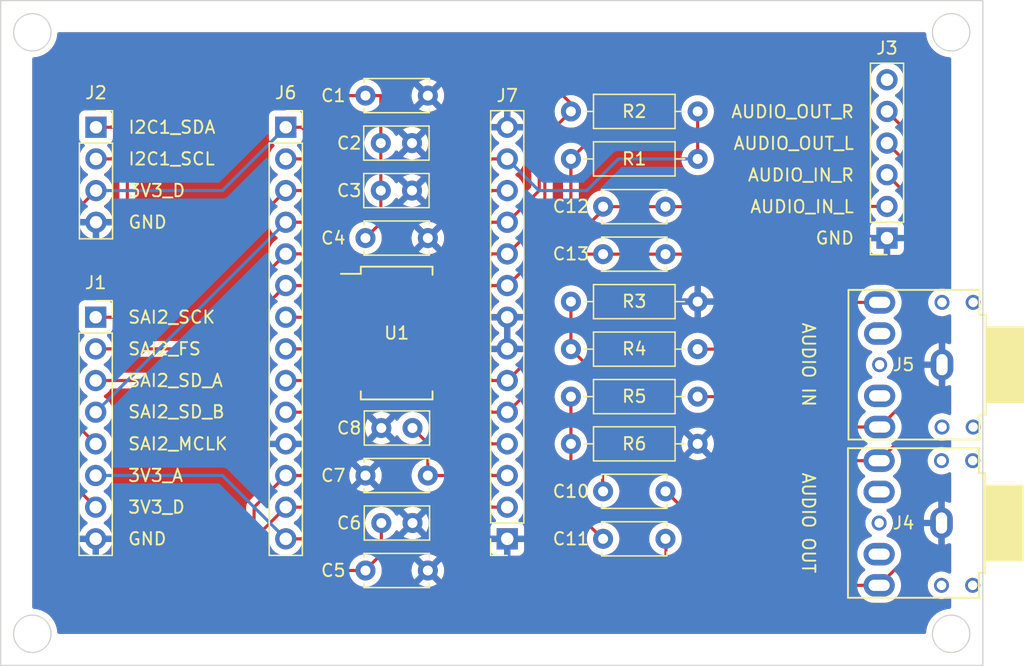
<source format=kicad_pcb>
(kicad_pcb (version 20211014) (generator pcbnew)
  (layers (0 "F.Cu" signal) (31 "B.Cu" signal) (34 "B.Paste" user) (35 "F.Paste" user) (36 "B.SilkS" user "B.Silkscreen") (37 "F.SilkS" user "F.Silkscreen") (38 "B.Mask" user) (39 "F.Mask" user) (44 "Edge.Cuts" user))
  (net 0 "")
  (net 1 "3V3_D")
  (net 2 "GND")
  (net 3 "3V3_A")
  (net 4 "VMID")
  (net 5 "CODEC_OUT_L")
  (net 6 "Net-(C10-Pad2)")
  (net 7 "CODEC_OUT_R")
  (net 8 "Net-(C11-Pad2)")
  (net 9 "CODEC_IN_L")
  (net 10 "AUDIO_IN_L")
  (net 11 "CODEC_IN_R")
  (net 12 "AUDIO_IN_R")
  (net 13 "SAI2_SCK")
  (net 14 "SAI2_FS")
  (net 15 "SAI2_SD_A")
  (net 16 "SAI2_SD_B")
  (net 17 "SAI2_MCLK")
  (net 18 "I2C1_SDA")
  (net 19 "I2C1_SCL")
  (net 20 "AUDIO_OUT_L")
  (net 21 "AUDIO_OUT_R")
  (net 23 "NC_2")
  (net 24 "NC_8")
  (net 25 "NC_9")
  (net 26 "NC_10")
  (net 27 "NC_17")
  (net 28 "NC_18")
  (net 29 "NC_26")
  (footprint "Capacitor_THT:C_Disc_D5.0mm_W2.5mm_P2.50mm" (layer "F.Cu") (at 137.16 76.2)
    (fp_text reference "C3" (at -2.54 0) (layer "F.SilkS"))
    (fp_text value "100nF")
    (pad "1" thru_hole circle (at 0 0) (size 1.6 1.6) (drill 0.8) (layers *.Cu *.Mask) (net 1 "3V3_D"))
    (pad "2" thru_hole circle (at 2.5 0) (size 1.6 1.6) (drill 0.8) (layers *.Cu *.Mask) (net 2 "GND"))
  )
  (footprint "Capacitor_THT:C_Disc_D5.0mm_W2.5mm_P5.00mm" (layer "F.Cu") (at 154.98 81.3)
    (fp_text reference "C13" (at -2.58 -0.02) (layer "F.SilkS"))
    (fp_text value "2.2μF")
    (pad "1" thru_hole circle (at 0 0) (size 1.6 1.6) (drill 0.8) (layers *.Cu *.Mask) (net 11 "CODEC_IN_R"))
    (pad "2" thru_hole circle (at 5 0) (size 1.6 1.6) (drill 0.8) (layers *.Cu *.Mask) (net 12 "AUDIO_IN_R"))
  )
  (footprint "Resistor_THT:R_Axial_DIN0207_L6.3mm_D2.5mm_P10.16mm_Horizontal" (layer "F.Cu") (at 152.4 92.73)
    (fp_text reference "R5" (at 5.08 -0.02) (layer "F.SilkS"))
    (fp_text value "100Ω")
    (pad "1" thru_hole circle (at 0 0) (size 1.6 1.6) (drill 0.8) (layers *.Cu *.Mask) (net 8 "Net-(C11-Pad2)"))
    (pad "2" thru_hole oval (at 10.16 0) (size 1.6 1.6) (drill 0.8) (layers *.Cu *.Mask) (net 21 "AUDIO_OUT_R"))
  )
  (footprint "Capacitor_THT:C_Disc_D5.0mm_W2.5mm_P2.50mm" (layer "F.Cu") (at 137.16 72.39)
    (fp_text reference "C2" (at -2.54 0) (layer "F.SilkS"))
    (fp_text value "100nF")
    (pad "1" thru_hole circle (at 0 0) (size 1.6 1.6) (drill 0.8) (layers *.Cu *.Mask) (net 1 "3V3_D"))
    (pad "2" thru_hole circle (at 2.5 0) (size 1.6 1.6) (drill 0.8) (layers *.Cu *.Mask) (net 2 "GND"))
  )
  (footprint "Connector_PinSocket_2.54mm:PinSocket_1x04_P2.54mm_Vertical" (layer "F.Cu") (at 114.325 71.12)
    (fp_text reference "J2" (at 0 -2.77) (layer "F.SilkS"))
    (fp_text value "Conn_01x04_Male")
    (pad "1" thru_hole rect (at 0 0) (size 1.7 1.7) (drill 1) (layers *.Cu *.Mask) (net 18 "I2C1_SDA"))
    (pad "2" thru_hole oval (at 0 2.54) (size 1.7 1.7) (drill 1) (layers *.Cu *.Mask) (net 19 "I2C1_SCL"))
    (pad "3" thru_hole oval (at 0 5.08) (size 1.7 1.7) (drill 1) (layers *.Cu *.Mask) (net 1 "3V3_D"))
    (pad "4" thru_hole oval (at 0 7.62) (size 1.7 1.7) (drill 1) (layers *.Cu *.Mask) (net 2 "GND"))
  )
  (footprint "Connector_PinSocket_2.54mm:PinSocket_1x06_P2.54mm_Vertical" (layer "F.Cu") (at 177.74 80.01 180)
    (fp_text reference "J3" (at 0 15.24) (layer "F.SilkS"))
    (fp_text value "Conn_01x06_Male")
    (pad "1" thru_hole rect (at 0 0 180) (size 1.7 1.7) (drill 1) (layers *.Cu *.Mask) (net 2 "GND"))
    (pad "2" thru_hole oval (at 0 2.54 180) (size 1.7 1.7) (drill 1) (layers *.Cu *.Mask) (net 10 "AUDIO_IN_L"))
    (pad "3" thru_hole oval (at 0 5.08 180) (size 1.7 1.7) (drill 1) (layers *.Cu *.Mask) (net 12 "AUDIO_IN_R"))
    (pad "4" thru_hole oval (at 0 7.62 180) (size 1.7 1.7) (drill 1) (layers *.Cu *.Mask) (net 20 "AUDIO_OUT_L"))
    (pad "5" thru_hole oval (at 0 10.16 180) (size 1.7 1.7) (drill 1) (layers *.Cu *.Mask) (net 21 "AUDIO_OUT_R"))
    (pad "6" thru_hole oval (at 0 12.7 180) (size 1.7 1.7) (drill 1) (layers *.Cu *.Mask))
  )
  (footprint "Resistor_THT:R_Axial_DIN0207_L6.3mm_D2.5mm_P10.16mm_Horizontal" (layer "F.Cu") (at 152.4 88.92)
    (fp_text reference "R4" (at 5.08 -0.02) (layer "F.SilkS"))
    (fp_text value "100Ω")
    (pad "1" thru_hole circle (at 0 0) (size 1.6 1.6) (drill 0.8) (layers *.Cu *.Mask) (net 6 "Net-(C10-Pad2)"))
    (pad "2" thru_hole oval (at 10.16 0) (size 1.6 1.6) (drill 0.8) (layers *.Cu *.Mask) (net 20 "AUDIO_OUT_L"))
  )
  (footprint "Resistor_THT:R_Axial_DIN0207_L6.3mm_D2.5mm_P10.16mm_Horizontal" (layer "F.Cu") (at 162.56 73.66 180)
    (fp_text reference "R1" (at 5.08 0) (layer "F.SilkS"))
    (fp_text value "4.7KΩ")
    (pad "1" thru_hole circle (at 0 0 180) (size 1.6 1.6) (drill 0.8) (layers *.Cu *.Mask) (net 1 "3V3_D"))
    (pad "2" thru_hole oval (at 10.16 0 180) (size 1.6 1.6) (drill 0.8) (layers *.Cu *.Mask) (net 18 "I2C1_SDA"))
  )
  (footprint "Capacitor_THT:C_Disc_D5.0mm_W2.5mm_P5.00mm" (layer "F.Cu") (at 159.98 100.33 180)
    (fp_text reference "C10" (at 7.58 0 180) (layer "F.SilkS"))
    (fp_text value "2.2μF")
    (pad "1" thru_hole circle (at 0 0 180) (size 1.6 1.6) (drill 0.8) (layers *.Cu *.Mask) (net 5 "CODEC_OUT_L"))
    (pad "2" thru_hole circle (at 5 0 180) (size 1.6 1.6) (drill 0.8) (layers *.Cu *.Mask) (net 6 "Net-(C10-Pad2)"))
  )
  (footprint "Resistor_THT:R_Axial_DIN0207_L6.3mm_D2.5mm_P10.16mm_Horizontal" (layer "F.Cu") (at 152.4 85.11)
    (fp_text reference "R3" (at 5.08 -0.02) (layer "F.SilkS"))
    (fp_text value "47KΩ")
    (pad "1" thru_hole circle (at 0 0) (size 1.6 1.6) (drill 0.8) (layers *.Cu *.Mask) (net 6 "Net-(C10-Pad2)"))
    (pad "2" thru_hole oval (at 10.16 0) (size 1.6 1.6) (drill 0.8) (layers *.Cu *.Mask) (net 2 "GND"))
  )
  (footprint "Protoplasma.pretty:PJ-307" (layer "F.Cu") (at 179.15 90.17 180)
    (fp_text reference "J5" (at 0.08 0 180) (layer "F.SilkS"))
    (fp_text value "AudioJack3")
    (pad "" np_thru_hole circle locked (at -5.5 -5 180) (size 1.2 1.2) (drill 0.762) (layers *.Cu *.Mask))
    (pad "" np_thru_hole circle locked (at -3 -5 180) (size 1.2 1.2) (drill 0.762) (layers *.Cu *.Mask))
    (pad "" np_thru_hole circle locked (at -5.5 5 180) (size 1.2 1.2) (drill 0.762) (layers *.Cu *.Mask))
    (pad "" np_thru_hole circle locked (at -3 5 180) (size 1.2 1.2) (drill 0.762) (layers *.Cu *.Mask))
    (pad "" np_thru_hole circle locked (at 2 0 180) (size 1.2 1.2) (drill 0.762) (layers *.Cu *.Mask))
    (pad "R" thru_hole oval locked (at 2 -5 180) (size 2.5 1.8) (drill oval 1.7 0.9) (layers *.Cu *.Mask) (net 12 "AUDIO_IN_R"))
    (pad "RN" thru_hole oval locked (at 2 -2.5 180) (size 2.5 1.8) (drill oval 1.7 0.9) (layers *.Cu *.Mask))
    (pad "S" thru_hole oval locked (at -3 0 270) (size 2.5 1.8) (drill oval 1.7 0.9) (layers *.Cu *.Mask) (net 2 "GND"))
    (pad "T" thru_hole oval locked (at 2 5 180) (size 2.5 1.8) (drill oval 1.7 0.9) (layers *.Cu *.Mask) (net 10 "AUDIO_IN_L"))
    (pad "TN" thru_hole oval locked (at 2 2.5 180) (size 2.5 1.8) (drill oval 1.7 0.9) (layers *.Cu *.Mask))
  )
  (footprint "Connector_PinSocket_2.54mm:PinSocket_1x14_P2.54mm_Vertical" (layer "F.Cu") (at 147.295 104.14 180)
    (fp_text reference "J7" (at 0 35.56) (layer "F.SilkS"))
    (fp_text value "Conn_01x14_Female")
    (pad "15" thru_hole rect (at 0 0 180) (size 1.7 1.7) (drill 1) (layers *.Cu *.Mask) (net 2 "GND"))
    (pad "16" thru_hole oval (at 0 2.54 180) (size 1.7 1.7) (drill 1) (layers *.Cu *.Mask) (net 4 "VMID"))
    (pad "17" thru_hole oval (at 0 5.08 180) (size 1.7 1.7) (drill 1) (layers *.Cu *.Mask) (net 27 "NC_17"))
    (pad "18" thru_hole oval (at 0 7.62 180) (size 1.7 1.7) (drill 1) (layers *.Cu *.Mask) (net 28 "NC_18"))
    (pad "19" thru_hole oval (at 0 10.16 180) (size 1.7 1.7) (drill 1) (layers *.Cu *.Mask) (net 11 "CODEC_IN_R"))
    (pad "20" thru_hole oval (at 0 12.7 180) (size 1.7 1.7) (drill 1) (layers *.Cu *.Mask) (net 9 "CODEC_IN_L"))
    (pad "21" thru_hole oval (at 0 15.24 180) (size 1.7 1.7) (drill 1) (layers *.Cu *.Mask) (net 2 "GND"))
    (pad "22" thru_hole oval (at 0 17.78 180) (size 1.7 1.7) (drill 1) (layers *.Cu *.Mask) (net 2 "GND"))
    (pad "23" thru_hole oval (at 0 20.32 180) (size 1.7 1.7) (drill 1) (layers *.Cu *.Mask) (net 18 "I2C1_SDA"))
    (pad "24" thru_hole oval (at 0 22.86 180) (size 1.7 1.7) (drill 1) (layers *.Cu *.Mask) (net 19 "I2C1_SCL"))
    (pad "25" thru_hole oval (at 0 25.4 180) (size 1.7 1.7) (drill 1) (layers *.Cu *.Mask) (net 17 "SAI2_MCLK"))
    (pad "26" thru_hole oval (at 0 27.94 180) (size 1.7 1.7) (drill 1) (layers *.Cu *.Mask) (net 29 "NC_26"))
    (pad "27" thru_hole oval (at 0 30.48 180) (size 1.7 1.7) (drill 1) (layers *.Cu *.Mask) (net 1 "3V3_D"))
    (pad "28" thru_hole oval (at 0 33.02 180) (size 1.7 1.7) (drill 1) (layers *.Cu *.Mask) (net 2 "GND"))
  )
  (footprint "Resistor_THT:R_Axial_DIN0207_L6.3mm_D2.5mm_P10.16mm_Horizontal" (layer "F.Cu") (at 162.56 69.85 180)
    (fp_text reference "R2" (at 5.08 0) (layer "F.SilkS"))
    (fp_text value "4.7KΩ")
    (pad "1" thru_hole circle (at 0 0 180) (size 1.6 1.6) (drill 0.8) (layers *.Cu *.Mask) (net 1 "3V3_D"))
    (pad "2" thru_hole oval (at 10.16 0 180) (size 1.6 1.6) (drill 0.8) (layers *.Cu *.Mask) (net 19 "I2C1_SCL"))
  )
  (footprint "Capacitor_THT:C_Disc_D5.0mm_W2.5mm_P2.50mm" (layer "F.Cu") (at 139.7 102.87 180)
    (fp_text reference "C6" (at 5.08 0) (layer "F.SilkS"))
    (fp_text value "100nF")
    (pad "1" thru_hole circle (at 0 0 180) (size 1.6 1.6) (drill 0.8) (layers *.Cu *.Mask) (net 2 "GND"))
    (pad "2" thru_hole circle (at 2.5 0 180) (size 1.6 1.6) (drill 0.8) (layers *.Cu *.Mask) (net 3 "3V3_A"))
  )
  (footprint "Capacitor_THT:C_Disc_D5.0mm_W2.5mm_P5.00mm" (layer "F.Cu") (at 159.98 104.14 180)
    (fp_text reference "C11" (at 7.58 0 180) (layer "F.SilkS"))
    (fp_text value "2.2μF")
    (pad "1" thru_hole circle (at 0 0 180) (size 1.6 1.6) (drill 0.8) (layers *.Cu *.Mask) (net 7 "CODEC_OUT_R"))
    (pad "2" thru_hole circle (at 5 0 180) (size 1.6 1.6) (drill 0.8) (layers *.Cu *.Mask) (net 8 "Net-(C11-Pad2)"))
  )
  (footprint "Package_SO:SSOP-28_5.3x10.2mm_P0.65mm" (layer "F.Cu") (at 138.43 87.63)
    (fp_text reference "U1" (at 0 0) (layer "F.SilkS"))
    (fp_text value "WM8731SEDS")
    (pad "1" smd rect (at -3.6 -4.225) (size 1.75 0.45) (layers "F.Cu" "F.Paste" "F.Mask") (net 1 "3V3_D"))
    (pad "2" smd rect (at -3.6 -3.575) (size 1.75 0.45) (layers "F.Cu" "F.Paste" "F.Mask") (net 23 "NC_2"))
    (pad "3" smd rect (at -3.6 -2.925) (size 1.75 0.45) (layers "F.Cu" "F.Paste" "F.Mask") (net 13 "SAI2_SCK"))
    (pad "4" smd rect (at -3.6 -2.275) (size 1.75 0.45) (layers "F.Cu" "F.Paste" "F.Mask") (net 16 "SAI2_SD_B"))
    (pad "5" smd rect (at -3.6 -1.625) (size 1.75 0.45) (layers "F.Cu" "F.Paste" "F.Mask") (net 14 "SAI2_FS"))
    (pad "6" smd rect (at -3.6 -0.975) (size 1.75 0.45) (layers "F.Cu" "F.Paste" "F.Mask") (net 15 "SAI2_SD_A"))
    (pad "7" smd rect (at -3.6 -0.325) (size 1.75 0.45) (layers "F.Cu" "F.Paste" "F.Mask") (net 14 "SAI2_FS"))
    (pad "8" smd rect (at -3.6 0.325) (size 1.75 0.45) (layers "F.Cu" "F.Paste" "F.Mask") (net 24 "NC_8"))
    (pad "9" smd rect (at -3.6 0.975) (size 1.75 0.45) (layers "F.Cu" "F.Paste" "F.Mask") (net 25 "NC_9"))
    (pad "10" smd rect (at -3.6 1.625) (size 1.75 0.45) (layers "F.Cu" "F.Paste" "F.Mask") (net 26 "NC_10"))
    (pad "11" smd rect (at -3.6 2.275) (size 1.75 0.45) (layers "F.Cu" "F.Paste" "F.Mask") (net 2 "GND"))
    (pad "12" smd rect (at -3.6 2.925) (size 1.75 0.45) (layers "F.Cu" "F.Paste" "F.Mask") (net 5 "CODEC_OUT_L"))
    (pad "13" smd rect (at -3.6 3.575) (size 1.75 0.45) (layers "F.Cu" "F.Paste" "F.Mask") (net 7 "CODEC_OUT_R"))
    (pad "14" smd rect (at -3.6 4.225) (size 1.75 0.45) (layers "F.Cu" "F.Paste" "F.Mask") (net 3 "3V3_A"))
    (pad "15" smd rect (at 3.6 4.225) (size 1.75 0.45) (layers "F.Cu" "F.Paste" "F.Mask") (net 2 "GND"))
    (pad "16" smd rect (at 3.6 3.575) (size 1.75 0.45) (layers "F.Cu" "F.Paste" "F.Mask") (net 4 "VMID"))
    (pad "17" smd rect (at 3.6 2.925) (size 1.75 0.45) (layers "F.Cu" "F.Paste" "F.Mask") (net 27 "NC_17"))
    (pad "18" smd rect (at 3.6 2.275) (size 1.75 0.45) (layers "F.Cu" "F.Paste" "F.Mask") (net 28 "NC_18"))
    (pad "19" smd rect (at 3.6 1.625) (size 1.75 0.45) (layers "F.Cu" "F.Paste" "F.Mask") (net 11 "CODEC_IN_R"))
    (pad "20" smd rect (at 3.6 0.975) (size 1.75 0.45) (layers "F.Cu" "F.Paste" "F.Mask") (net 9 "CODEC_IN_L"))
    (pad "21" smd rect (at 3.6 0.325) (size 1.75 0.45) (layers "F.Cu" "F.Paste" "F.Mask") (net 2 "GND"))
    (pad "22" smd rect (at 3.6 -0.325) (size 1.75 0.45) (layers "F.Cu" "F.Paste" "F.Mask") (net 2 "GND"))
    (pad "23" smd rect (at 3.6 -0.975) (size 1.75 0.45) (layers "F.Cu" "F.Paste" "F.Mask") (net 18 "I2C1_SDA"))
    (pad "24" smd rect (at 3.6 -1.625) (size 1.75 0.45) (layers "F.Cu" "F.Paste" "F.Mask") (net 19 "I2C1_SCL"))
    (pad "25" smd rect (at 3.6 -2.275) (size 1.75 0.45) (layers "F.Cu" "F.Paste" "F.Mask") (net 17 "SAI2_MCLK"))
    (pad "26" smd rect (at 3.6 -2.925) (size 1.75 0.45) (layers "F.Cu" "F.Paste" "F.Mask") (net 29 "NC_26"))
    (pad "27" smd rect (at 3.6 -3.575) (size 1.75 0.45) (layers "F.Cu" "F.Paste" "F.Mask") (net 1 "3V3_D"))
    (pad "28" smd rect (at 3.6 -4.225) (size 1.75 0.45) (layers "F.Cu" "F.Paste" "F.Mask") (net 2 "GND"))
  )
  (footprint "Resistor_THT:R_Axial_DIN0207_L6.3mm_D2.5mm_P10.16mm_Horizontal" (layer "F.Cu") (at 162.56 96.52 180)
    (fp_text reference "R6" (at 5.08 0) (layer "F.SilkS"))
    (fp_text value "47KΩ")
    (pad "1" thru_hole circle (at 0 0 180) (size 1.6 1.6) (drill 0.8) (layers *.Cu *.Mask) (net 2 "GND"))
    (pad "2" thru_hole oval (at 10.16 0 180) (size 1.6 1.6) (drill 0.8) (layers *.Cu *.Mask) (net 8 "Net-(C11-Pad2)"))
  )
  (footprint "Capacitor_THT:C_Disc_D5.0mm_W2.5mm_P5.00mm" (layer "F.Cu") (at 135.93 99.06)
    (fp_text reference "C7" (at -2.58 0) (layer "F.SilkS"))
    (fp_text value "10μF")
    (pad "1" thru_hole circle (at 0 0) (size 1.6 1.6) (drill 0.8) (layers *.Cu *.Mask) (net 2 "GND"))
    (pad "2" thru_hole circle (at 5 0) (size 1.6 1.6) (drill 0.8) (layers *.Cu *.Mask) (net 4 "VMID"))
  )
  (footprint "Connector_PinSocket_2.54mm:PinSocket_1x08_P2.54mm_Vertical" (layer "F.Cu") (at 114.3 86.36)
    (fp_text reference "J1" (at 0 -2.77) (layer "F.SilkS"))
    (fp_text value "Conn_01x08_Male")
    (pad "1" thru_hole rect (at 0 0) (size 1.7 1.7) (drill 1) (layers *.Cu *.Mask) (net 13 "SAI2_SCK"))
    (pad "2" thru_hole oval (at 0 2.54) (size 1.7 1.7) (drill 1) (layers *.Cu *.Mask) (net 14 "SAI2_FS"))
    (pad "3" thru_hole oval (at 0 5.08) (size 1.7 1.7) (drill 1) (layers *.Cu *.Mask) (net 15 "SAI2_SD_A"))
    (pad "4" thru_hole oval (at 0 7.62) (size 1.7 1.7) (drill 1) (layers *.Cu *.Mask) (net 16 "SAI2_SD_B"))
    (pad "5" thru_hole oval (at 0 10.16) (size 1.7 1.7) (drill 1) (layers *.Cu *.Mask) (net 17 "SAI2_MCLK"))
    (pad "6" thru_hole oval (at 0 12.7) (size 1.7 1.7) (drill 1) (layers *.Cu *.Mask) (net 3 "3V3_A"))
    (pad "7" thru_hole oval (at 0 15.24) (size 1.7 1.7) (drill 1) (layers *.Cu *.Mask) (net 1 "3V3_D"))
    (pad "8" thru_hole oval (at 0 17.78) (size 1.7 1.7) (drill 1) (layers *.Cu *.Mask) (net 2 "GND"))
  )
  (footprint "Capacitor_THT:C_Disc_D5.0mm_W2.5mm_P5.00mm" (layer "F.Cu") (at 140.93 106.68 180)
    (fp_text reference "C5" (at 7.58 0 180) (layer "F.SilkS"))
    (fp_text value "10μF")
    (pad "1" thru_hole circle (at 0 0 180) (size 1.6 1.6) (drill 0.8) (layers *.Cu *.Mask) (net 2 "GND"))
    (pad "2" thru_hole circle (at 5 0 180) (size 1.6 1.6) (drill 0.8) (layers *.Cu *.Mask) (net 3 "3V3_A"))
  )
  (footprint "Capacitor_THT:C_Disc_D5.0mm_W2.5mm_P5.00mm" (layer "F.Cu") (at 135.93 68.58)
    (fp_text reference "C1" (at -2.58 0) (layer "F.SilkS"))
    (fp_text value "10μF")
    (pad "1" thru_hole circle (at 0 0) (size 1.6 1.6) (drill 0.8) (layers *.Cu *.Mask) (net 1 "3V3_D"))
    (pad "2" thru_hole circle (at 5 0) (size 1.6 1.6) (drill 0.8) (layers *.Cu *.Mask) (net 2 "GND"))
  )
  (footprint "Capacitor_THT:C_Disc_D5.0mm_W2.5mm_P2.50mm" (layer "F.Cu") (at 137.2 95.25)
    (fp_text reference "C8" (at -2.58 0) (layer "F.SilkS"))
    (fp_text value "100nF")
    (pad "1" thru_hole circle (at 0 0) (size 1.6 1.6) (drill 0.8) (layers *.Cu *.Mask) (net 2 "GND"))
    (pad "2" thru_hole circle (at 2.5 0) (size 1.6 1.6) (drill 0.8) (layers *.Cu *.Mask) (net 4 "VMID"))
  )
  (footprint "Capacitor_THT:C_Disc_D5.0mm_W2.5mm_P5.00mm" (layer "F.Cu") (at 135.93 80.01)
    (fp_text reference "C4" (at -2.58 0) (layer "F.SilkS"))
    (fp_text value "10μF")
    (pad "1" thru_hole circle (at 0 0) (size 1.6 1.6) (drill 0.8) (layers *.Cu *.Mask) (net 1 "3V3_D"))
    (pad "2" thru_hole circle (at 5 0) (size 1.6 1.6) (drill 0.8) (layers *.Cu *.Mask) (net 2 "GND"))
  )
  (footprint "Connector_PinSocket_2.54mm:PinSocket_1x14_P2.54mm_Vertical" (layer "F.Cu") (at 129.54 71.12)
    (fp_text reference "J6" (at 0 -2.77) (layer "F.SilkS"))
    (fp_text value "Conn_01x14_Female")
    (pad "1" thru_hole rect (at 0 0) (size 1.7 1.7) (drill 1) (layers *.Cu *.Mask) (net 1 "3V3_D"))
    (pad "2" thru_hole oval (at 0 2.54) (size 1.7 1.7) (drill 1) (layers *.Cu *.Mask) (net 23 "NC_2"))
    (pad "3" thru_hole oval (at 0 5.08) (size 1.7 1.7) (drill 1) (layers *.Cu *.Mask) (net 13 "SAI2_SCK"))
    (pad "4" thru_hole oval (at 0 7.62) (size 1.7 1.7) (drill 1) (layers *.Cu *.Mask) (net 16 "SAI2_SD_B"))
    (pad "5" thru_hole oval (at 0 10.16) (size 1.7 1.7) (drill 1) (layers *.Cu *.Mask) (net 14 "SAI2_FS"))
    (pad "6" thru_hole oval (at 0 12.7) (size 1.7 1.7) (drill 1) (layers *.Cu *.Mask) (net 15 "SAI2_SD_A"))
    (pad "7" thru_hole oval (at 0 15.24) (size 1.7 1.7) (drill 1) (layers *.Cu *.Mask) (net 14 "SAI2_FS"))
    (pad "8" thru_hole oval (at 0 17.78) (size 1.7 1.7) (drill 1) (layers *.Cu *.Mask) (net 24 "NC_8"))
    (pad "9" thru_hole oval (at 0 20.32) (size 1.7 1.7) (drill 1) (layers *.Cu *.Mask) (net 25 "NC_9"))
    (pad "10" thru_hole oval (at 0 22.86) (size 1.7 1.7) (drill 1) (layers *.Cu *.Mask) (net 26 "NC_10"))
    (pad "11" thru_hole oval (at 0 25.4) (size 1.7 1.7) (drill 1) (layers *.Cu *.Mask) (net 2 "GND"))
    (pad "12" thru_hole oval (at 0 27.94) (size 1.7 1.7) (drill 1) (layers *.Cu *.Mask) (net 5 "CODEC_OUT_L"))
    (pad "13" thru_hole oval (at 0 30.48) (size 1.7 1.7) (drill 1) (layers *.Cu *.Mask) (net 7 "CODEC_OUT_R"))
    (pad "14" thru_hole oval (at 0 33.02) (size 1.7 1.7) (drill 1) (layers *.Cu *.Mask) (net 3 "3V3_A"))
  )
  (footprint "Protoplasma.pretty:PJ-307" (layer "F.Cu") (at 179.11 102.87 180)
    (fp_text reference "J4" (at 0.04 0 180) (layer "F.SilkS"))
    (fp_text value "AudioJack3")
    (pad "" np_thru_hole circle locked (at -3 -5 180) (size 1.2 1.2) (drill 0.762) (layers *.Cu *.Mask))
    (pad "" np_thru_hole circle locked (at -5.5 -5 180) (size 1.2 1.2) (drill 0.762) (layers *.Cu *.Mask))
    (pad "" np_thru_hole circle locked (at 2 0 180) (size 1.2 1.2) (drill 0.762) (layers *.Cu *.Mask))
    (pad "" np_thru_hole circle locked (at -3 5 180) (size 1.2 1.2) (drill 0.762) (layers *.Cu *.Mask))
    (pad "" np_thru_hole circle locked (at -5.5 5 180) (size 1.2 1.2) (drill 0.762) (layers *.Cu *.Mask))
    (pad "R" thru_hole oval locked (at 2 -5 180) (size 2.5 1.8) (drill oval 1.7 0.9) (layers *.Cu *.Mask) (net 21 "AUDIO_OUT_R"))
    (pad "RN" thru_hole oval locked (at 2 -2.5 180) (size 2.5 1.8) (drill oval 1.7 0.9) (layers *.Cu *.Mask))
    (pad "S" thru_hole oval locked (at -3 0 270) (size 2.5 1.8) (drill oval 1.7 0.9) (layers *.Cu *.Mask) (net 2 "GND"))
    (pad "T" thru_hole oval locked (at 2 5 180) (size 2.5 1.8) (drill oval 1.7 0.9) (layers *.Cu *.Mask) (net 20 "AUDIO_OUT_L"))
    (pad "TN" thru_hole oval locked (at 2 2.5 180) (size 2.5 1.8) (drill oval 1.7 0.9) (layers *.Cu *.Mask))
  )
  (footprint "Capacitor_THT:C_Disc_D5.0mm_W2.5mm_P5.00mm" (layer "F.Cu") (at 154.98 77.49)
    (fp_text reference "C12" (at -2.58 -0.02) (layer "F.SilkS"))
    (fp_text value "2.2μF")
    (pad "1" thru_hole circle (at 0 0) (size 1.6 1.6) (drill 0.8) (layers *.Cu *.Mask) (net 9 "CODEC_IN_L"))
    (pad "2" thru_hole circle (at 5 0) (size 1.6 1.6) (drill 0.8) (layers *.Cu *.Mask) (net 10 "AUDIO_IN_L"))
  )
  (gr_rect (start 106.68 60.96) (end 185.42 114.3) (layer "Edge.Cuts") (width 0.1) (fill none))
  (gr_circle (center 182.88 111.76) (end 184.38 111.76) (layer "Edge.Cuts") (width 0.1) (fill none))
  (gr_circle (center 109.22 63.5) (end 110.72 63.5) (layer "Edge.Cuts") (width 0.1) (fill none))
  (gr_circle (center 109.22 111.76) (end 110.72 111.76) (layer "Edge.Cuts") (width 0.1) (fill none))
  (gr_circle (center 182.88 63.5) (end 184.38 63.5) (layer "Edge.Cuts") (width 0.1) (fill none))
  (gr_text "AUDIO_OUT_L" (at 175.175 72.415) (layer "F.SilkS") (effects (font (size 1 1)) (justify right)))
  (gr_text "GND" (at 116.84 78.74) (layer "F.SilkS") (effects (font (size 1 1)) (justify left)))
  (gr_text "SAI2_MCLK" (at 116.815 96.52) (layer "F.SilkS") (effects (font (size 1 1)) (justify left)))
  (gr_text "SAI2_SCK" (at 116.815 86.36) (layer "F.SilkS") (effects (font (size 1 1)) (justify left)))
  (gr_text "SAI2_SD_A" (at 116.815 91.44) (layer "F.SilkS") (effects (font (size 1 1)) (justify left)))
  (gr_text "AUDIO_IN_L" (at 175.175 77.495) (layer "F.SilkS") (effects (font (size 1 1)) (justify right)))
  (gr_text "AUDIO IN" (at 171.45 90.17 270) (layer "F.SilkS") (effects (font (size 1 1))))
  (gr_text "SAI2_FS" (at 116.815 88.9) (layer "F.SilkS") (effects (font (size 1 1)) (justify left)))
  (gr_text "I2C1_SDA" (at 116.84 71.12) (layer "F.SilkS") (effects (font (size 1 1)) (justify left)))
  (gr_text "3V3_D" (at 116.84 76.2) (layer "F.SilkS") (effects (font (size 1 1)) (justify left)))
  (gr_text "AUDIO_IN_R" (at 175.175 74.955) (layer "F.SilkS") (effects (font (size 1 1)) (justify right)))
  (gr_text "AUDIO_OUT_R" (at 175.175 69.875) (layer "F.SilkS") (effects (font (size 1 1)) (justify right)))
  (gr_text "GND" (at 175.175 80.01) (layer "F.SilkS") (effects (font (size 1 1)) (justify right)))
  (gr_text "GND" (at 116.815 104.14) (layer "F.SilkS") (effects (font (size 1 1)) (justify left)))
  (gr_text "SAI2_SD_B" (at 116.815 93.95) (layer "F.SilkS") (effects (font (size 1 1)) (justify left)))
  (gr_text "3V3_A" (at 116.815 99.06) (layer "F.SilkS") (effects (font (size 1 1)) (justify left)))
  (gr_text "AUDIO OUT" (at 171.45 102.87 270) (layer "F.SilkS") (effects (font (size 1 1))))
  (gr_text "I2C1_SCL" (at 116.84 73.66) (layer "F.SilkS") (effects (font (size 1 1)) (justify left)))
  (gr_text "3V3_D" (at 116.815 101.6) (layer "F.SilkS") (effects (font (size 1 1)) (justify left)))
  (segment (start 138.9 84.055) (end 142.03 84.055) (width 0.25) (layer "F.Cu") (net 1))
  (segment (start 137.16 78.78) (end 135.93 80.01) (width 0.25) (layer "F.Cu") (net 1))
  (segment (start 134.83 83.405) (end 138.25 83.405) (width 0.25) (layer "F.Cu") (net 1))
  (segment (start 143.129022 84.055) (end 143.88096 83.303062) (width 0.25) (layer "F.Cu") (net 1))
  (segment (start 111.31048 98.61048) (end 114.3 101.6) (width 0.25) (layer "F.Cu") (net 1))
  (segment (start 137.16 72.39) (end 137.16 76.2) (width 0.25) (layer "F.Cu") (net 1))
  (segment (start 111.31048 79.21452) (end 111.31048 98.61048) (width 0.25) (layer "F.Cu") (net 1))
  (segment (start 133.42856 73.73856) (end 133.42856 83.116864) (width 0.25) (layer "F.Cu") (net 1))
  (segment (start 114.325 76.2) (end 111.31048 79.21452) (width 0.25) (layer "F.Cu") (net 1))
  (segment (start 143.88096 75.81654) (end 146.0375 73.66) (width 0.25) (layer "F.Cu") (net 1))
  (segment (start 133.42856 83.116864) (end 133.716696 83.405) (width 0.25) (layer "F.Cu") (net 1))
  (segment (start 137.16 68.58) (end 137.16 72.39) (width 0.25) (layer "F.Cu") (net 1))
  (segment (start 142.03 84.055) (end 143.129022 84.055) (width 0.25) (layer "F.Cu") (net 1))
  (segment (start 137.16 76.2) (end 137.16 78.78) (width 0.25) (layer "F.Cu") (net 1))
  (segment (start 138.25 83.405) (end 138.9 84.055) (width 0.25) (layer "F.Cu") (net 1))
  (segment (start 162.56 69.85) (end 162.56 73.66) (width 0.25) (layer "F.Cu") (net 1))
  (segment (start 146.0375 73.66) (end 147.295 73.66) (width 0.25) (layer "F.Cu") (net 1))
  (segment (start 133.35 68.58) (end 137.16 68.58) (width 0.25) (layer "F.Cu") (net 1))
  (segment (start 133.716696 83.405) (end 134.83 83.405) (width 0.25) (layer "F.Cu") (net 1))
  (segment (start 130.81 71.12) (end 133.42856 73.73856) (width 0.25) (layer "F.Cu") (net 1))
  (segment (start 143.88096 83.303062) (end 143.88096 75.81654) (width 0.25) (layer "F.Cu") (net 1))
  (segment (start 129.54 71.12) (end 130.81 71.12) (width 0.25) (layer "F.Cu") (net 1))
  (segment (start 130.81 71.12) (end 133.35 68.58) (width 0.25) (layer "F.Cu") (net 1))
  (segment (start 153.67 76.2) (end 156.21 73.66) (width 0.25) (layer "B.Cu") (net 1))
  (segment (start 149.835 76.2) (end 153.67 76.2) (width 0.25) (layer "B.Cu") (net 1))
  (segment (start 114.325 76.2) (end 124.46 76.2) (width 0.25) (layer "B.Cu") (net 1))
  (segment (start 124.46 76.2) (end 129.54 71.12) (width 0.25) (layer "B.Cu") (net 1))
  (segment (start 147.295 73.66) (end 149.835 76.2) (width 0.25) (layer "B.Cu") (net 1))
  (segment (start 156.21 73.66) (end 162.56 73.66) (width 0.25) (layer "B.Cu") (net 1))
  (segment (start 145.105 87.305) (end 146.05 86.36) (width 0.25) (layer "F.Cu") (net 2))
  (segment (start 132.08 95.25) (end 132.08 91.544282) (width 0.25) (layer "F.Cu") (net 2))
  (segment (start 142.03 87.955) (end 145.105 87.955) (width 0.25) (layer "F.Cu") (net 2))
  (segment (start 146.05 86.36) (end 147.295 86.36) (width 0.25) (layer "F.Cu") (net 2))
  (segment (start 129.54 96.52) (end 130.81 96.52) (width 0.25) (layer "F.Cu") (net 2))
  (segment (start 146.05 88.9) (end 147.295 88.9) (width 0.25) (layer "F.Cu") (net 2))
  (segment (start 133.719282 89.905) (end 134.83 89.905) (width 0.25) (layer "F.Cu") (net 2))
  (segment (start 145.105 87.955) (end 146.05 88.9) (width 0.25) (layer "F.Cu") (net 2))
  (segment (start 132.08 91.544282) (end 133.719282 89.905) (width 0.25) (layer "F.Cu") (net 2))
  (segment (start 142.03 87.305) (end 145.105 87.305) (width 0.25) (layer "F.Cu") (net 2))
  (segment (start 130.81 96.52) (end 132.08 95.25) (width 0.25) (layer "F.Cu") (net 2))
  (segment (start 133.42856 92.117158) (end 133.690718 91.855) (width 0.25) (layer "F.Cu") (net 3))
  (segment (start 130.81 104.14) (end 133.35 101.6) (width 0.25) (layer "F.Cu") (net 3))
  (segment (start 135.93 106.64) (end 137.2 105.37) (width 0.25) (layer "F.Cu") (net 3))
  (segment (start 133.42856 101.52144) (end 133.42856 92.117158) (width 0.25) (layer "F.Cu") (net 3))
  (segment (start 133.690718 91.855) (end 134.83 91.855) (width 0.25) (layer "F.Cu") (net 3))
  (segment (start 135.93 106.68) (end 135.93 106.64) (width 0.25) (layer "F.Cu") (net 3))
  (segment (start 130.81 104.14) (end 133.35 106.68) (width 0.25) (layer "F.Cu") (net 3))
  (segment (start 133.35 101.6) (end 133.42856 101.52144) (width 0.25) (layer "F.Cu") (net 3))
  (segment (start 133.35 106.68) (end 135.93 106.68) (width 0.25) (layer "F.Cu") (net 3))
  (segment (start 137.2 105.37) (end 137.2 102.87) (width 0.25) (layer "F.Cu") (net 3))
  (segment (start 129.54 104.14) (end 130.81 104.14) (width 0.25) (layer "F.Cu") (net 3))
  (segment (start 129.54 104.14) (end 124.46 99.06) (width 0.25) (layer "B.Cu") (net 3))
  (segment (start 124.46 99.06) (end 114.3 99.06) (width 0.25) (layer "B.Cu") (net 3))
  (segment (start 140.93 99.06) (end 140.93 96.48) (width 0.25) (layer "F.Cu") (net 4))
  (segment (start 147.295 101.6) (end 146.05 101.6) (width 0.25) (layer "F.Cu") (net 4))
  (segment (start 143.51 99.06) (end 140.93 99.06) (width 0.25) (layer "F.Cu") (net 4))
  (segment (start 143.88096 91.93096) (end 143.155 91.205) (width 0.25) (layer "F.Cu") (net 4))
  (segment (start 143.88096 99.43096) (end 143.88096 91.93096) (width 0.25) (layer "F.Cu") (net 4))
  (segment (start 143.155 91.205) (end 142.03 91.205) (width 0.25) (layer "F.Cu") (net 4))
  (segment (start 140.93 96.48) (end 139.7 95.25) (width 0.25) (layer "F.Cu") (net 4))
  (segment (start 146.05 101.6) (end 143.88096 99.43096) (width 0.25) (layer "F.Cu") (net 4))
  (segment (start 143.88096 99.43096) (end 143.51 99.06) (width 0.25) (layer "F.Cu") (net 4))
  (segment (start 128.27 109.22) (end 161.29 109.22) (width 0.25) (layer "F.Cu") (net 5))
  (segment (start 129.54 99.06) (end 130.81 99.06) (width 0.25) (layer "F.Cu") (net 5))
  (segment (start 129.54 99.06) (end 127 101.6) (width 0.25) (layer "F.Cu") (net 5))
  (segment (start 133.705 90.555) (end 134.83 90.555) (width 0.25) (layer "F.Cu") (net 5))
  (segment (start 161.29 109.22) (end 162.56 107.95) (width 0.25) (layer "F.Cu") (net 5))
  (segment (start 162.56 107.95) (end 162.56 102.87) (width 0.25) (layer "F.Cu") (net 5))
  (segment (start 132.52952 97.34048) (end 132.52952 91.73048) (width 0.25) (layer "F.Cu") (net 5))
  (segment (start 127 101.6) (end 127 107.95) (width 0.25) (layer "F.Cu") (net 5))
  (segment (start 132.52952 91.73048) (end 133.705 90.555) (width 0.25) (layer "F.Cu") (net 5))
  (segment (start 127 107.95) (end 128.27 109.22) (width 0.25) (layer "F.Cu") (net 5))
  (segment (start 162.56 102.87) (end 160.02 100.33) (width 0.25) (layer "F.Cu") (net 5))
  (segment (start 130.81 99.06) (end 132.52952 97.34048) (width 0.25) (layer "F.Cu") (net 5))
  (segment (start 160.02 100.33) (end 159.98 100.33) (width 0.25) (layer "F.Cu") (net 5))
  (segment (start 152.4 85.11) (end 152.4 88.92) (width 0.25) (layer "F.Cu") (net 6))
  (segment (start 154.94 100.29) (end 154.94 91.46) (width 0.25) (layer "F.Cu") (net 6))
  (segment (start 154.98 100.33) (end 154.94 100.29) (width 0.25) (layer "F.Cu") (net 6))
  (segment (start 154.94 91.46) (end 152.4 88.92) (width 0.25) (layer "F.Cu") (net 6))
  (segment (start 127.44952 107.763802) (end 128.456198 108.77048) (width 0.25) (layer "F.Cu") (net 7))
  (segment (start 128.456198 108.77048) (end 159.19952 108.77048) (width 0.25) (layer "F.Cu") (net 7))
  (segment (start 130.81 101.6) (end 132.97904 99.43096) (width 0.25) (layer "F.Cu") (net 7))
  (segment (start 127.44952 103.69048) (end 127.44952 107.763802) (width 0.25) (layer "F.Cu") (net 7))
  (segment (start 159.19952 108.77048) (end 160.02 107.95) (width 0.25) (layer "F.Cu") (net 7))
  (segment (start 132.97904 99.43096) (end 132.97904 91.93096) (width 0.25) (layer "F.Cu") (net 7))
  (segment (start 129.54 101.6) (end 130.81 101.6) (width 0.25) (layer "F.Cu") (net 7))
  (segment (start 129.54 101.6) (end 127.44952 103.69048) (width 0.25) (layer "F.Cu") (net 7))
  (segment (start 133.705 91.205) (end 134.83 91.205) (width 0.25) (layer "F.Cu") (net 7))
  (segment (start 160.02 107.95) (end 160.02 104.18) (width 0.25) (layer "F.Cu") (net 7))
  (segment (start 132.97904 91.93096) (end 133.705 91.205) (width 0.25) (layer "F.Cu") (net 7))
  (segment (start 160.02 104.18) (end 159.98 104.14) (width 0.25) (layer "F.Cu") (net 7))
  (segment (start 154.98 104.14) (end 154.94 104.14) (width 0.25) (layer "F.Cu") (net 8))
  (segment (start 152.4 92.73) (end 152.4 96.54) (width 0.25) (layer "F.Cu") (net 8))
  (segment (start 152.4 101.6) (end 152.4 96.54) (width 0.25) (layer "F.Cu") (net 8))
  (segment (start 154.94 104.14) (end 152.4 101.6) (width 0.25) (layer "F.Cu") (net 8))
  (segment (start 152.46 96.54) (end 152.4 96.54) (width 0.25) (layer "F.Cu") (net 8))
  (segment (start 146.05 91.44) (end 147.295 91.44) (width 0.25) (layer "F.Cu") (net 9))
  (segment (start 155.237859 77.49) (end 156.21 77.49) (width 0.25) (layer "F.Cu") (net 9))
  (segment (start 149.86 82.867859) (end 155.237859 77.49) (width 0.25) (layer "F.Cu") (net 9))
  (segment (start 147.32 91.44) (end 149.86 88.9) (width 0.25) (layer "F.Cu") (net 9))
  (segment (start 147.295 91.44) (end 147.32 91.44) (width 0.25) (layer "F.Cu") (net 9))
  (segment (start 149.86 88.9) (end 149.86 82.867859) (width 0.25) (layer "F.Cu") (net 9))
  (segment (start 142.03 88.605) (end 143.215 88.605) (width 0.25) (layer "F.Cu") (net 9))
  (segment (start 143.215 88.605) (end 146.05 91.44) (width 0.25) (layer "F.Cu") (net 9))
  (segment (start 158.71 77.49) (end 166.39 77.49) (width 0.25) (layer "F.Cu") (net 10))
  (segment (start 169.47 77.49) (end 169.49 77.47) (width 0.25) (layer "F.Cu") (net 10))
  (segment (start 171.53 85.17) (end 163.83 77.47) (width 0.25) (layer "F.Cu") (net 10))
  (segment (start 177.15 85.17) (end 171.53 85.17) (width 0.25) (layer "F.Cu") (net 10))
  (segment (start 169.49 77.47) (end 177.74 77.47) (width 0.25) (layer "F.Cu") (net 10))
  (segment (start 166.39 77.49) (end 169.47 77.49) (width 0.25) (layer "F.Cu") (net 10))
  (segment (start 150.30952 90.99048) (end 147.32 93.98) (width 0.25) (layer "F.Cu") (net 11))
  (segment (start 145.22952 91.255238) (end 145.22952 93.15952) (width 0.25) (layer "F.Cu") (net 11))
  (segment (start 145.22952 93.15952) (end 146.05 93.98) (width 0.25) (layer "F.Cu") (net 11))
  (segment (start 147.32 93.98) (end 147.295 93.98) (width 0.25) (layer "F.Cu") (net 11))
  (segment (start 156.21 81.3) (end 153.015718 81.3) (width 0.25) (layer "F.Cu") (net 11))
  (segment (start 153.015718 81.3) (end 150.30952 84.006198) (width 0.25) (layer "F.Cu") (net 11))
  (segment (start 142.03 89.255) (end 143.229282 89.255) (width 0.25) (layer "F.Cu") (net 11))
  (segment (start 150.30952 84.006198) (end 150.30952 90.99048) (width 0.25) (layer "F.Cu") (net 11))
  (segment (start 146.05 93.98) (end 147.295 93.98) (width 0.25) (layer "F.Cu") (net 11))
  (segment (start 143.229282 89.255) (end 145.22952 91.255238) (width 0.25) (layer "F.Cu") (net 11))
  (segment (start 158.71 81.3) (end 165.12 81.3) (width 0.25) (layer "F.Cu") (net 12))
  (segment (start 179.44096 76.63096) (end 177.74 74.93) (width 0.25) (layer "F.Cu") (net 12))
  (segment (start 165.12 81.3) (end 172.72 88.9) (width 0.25) (layer "F.Cu") (net 12))
  (segment (start 177.15 95.17) (end 179.44096 92.87904) (width 0.25) (layer "F.Cu") (net 12))
  (segment (start 179.44096 92.87904) (end 179.44096 76.63096) (width 0.25) (layer "F.Cu") (net 12))
  (segment (start 172.72 88.9) (end 172.72 93.98) (width 0.25) (layer "F.Cu") (net 12))
  (segment (start 172.72 93.98) (end 173.91 95.17) (width 0.25) (layer "F.Cu") (net 12))
  (segment (start 173.91 95.17) (end 177.15 95.17) (width 0.25) (layer "F.Cu") (net 12))
  (segment (start 132.52952 83.52952) (end 133.705 84.705) (width 0.25) (layer "F.Cu") (net 13))
  (segment (start 129.54 76.2) (end 130.81 76.2) (width 0.25) (layer "F.Cu") (net 13))
  (segment (start 132.52952 77.91952) (end 132.52952 83.52952) (width 0.25) (layer "F.Cu") (net 13))
  (segment (start 129.54 76.2) (end 119.38 86.36) (width 0.25) (layer "F.Cu") (net 13))
  (segment (start 130.81 76.2) (end 132.52952 77.91952) (width 0.25) (layer "F.Cu") (net 13))
  (segment (start 119.38 86.36) (end 114.3 86.36) (width 0.25) (layer "F.Cu") (net 13))
  (segment (start 133.705 84.705) (end 134.83 84.705) (width 0.25) (layer "F.Cu") (net 13))
  (segment (start 131.63048 82.10048) (end 131.63048 83.916198) (width 0.25) (layer "F.Cu") (net 14))
  (segment (start 136.85 87.305) (end 137.4775 86.6775) (width 0.25) (layer "F.Cu") (net 14))
  (segment (start 130.81 81.28) (end 131.63048 82.10048) (width 0.25) (layer "F.Cu") (net 14))
  (segment (start 129.54 81.28) (end 130.81 81.28) (width 0.25) (layer "F.Cu") (net 14))
  (segment (start 129.54 86.36) (end 132.802846 86.36) (width 0.25) (layer "F.Cu") (net 14))
  (segment (start 133.719282 86.005) (end 134.83 86.005) (width 0.25) (layer "F.Cu") (net 14))
  (segment (start 132.802846 86.36) (end 133.747846 87.305) (width 0.25) (layer "F.Cu") (net 14))
  (segment (start 134.83 87.305) (end 136.85 87.305) (width 0.25) (layer "F.Cu") (net 14))
  (segment (start 121.92 88.9) (end 114.3 88.9) (width 0.25) (layer "F.Cu") (net 14))
  (segment (start 136.805 86.005) (end 134.83 86.005) (width 0.25) (layer "F.Cu") (net 14))
  (segment (start 131.63048 83.916198) (end 133.719282 86.005) (width 0.25) (layer "F.Cu") (net 14))
  (segment (start 133.747846 87.305) (end 134.83 87.305) (width 0.25) (layer "F.Cu") (net 14))
  (segment (start 137.4775 86.6775) (end 136.805 86.005) (width 0.25) (layer "F.Cu") (net 14))
  (segment (start 129.54 81.28) (end 121.92 88.9) (width 0.25) (layer "F.Cu") (net 14))
  (segment (start 129.54 83.82) (end 130.898564 83.82) (width 0.25) (layer "F.Cu") (net 15))
  (segment (start 129.54 83.82) (end 121.92 91.44) (width 0.25) (layer "F.Cu") (net 15))
  (segment (start 130.898564 83.82) (end 133.733564 86.655) (width 0.25) (layer "F.Cu") (net 15))
  (segment (start 121.92 91.44) (end 114.3 91.44) (width 0.25) (layer "F.Cu") (net 15))
  (segment (start 133.733564 86.655) (end 134.83 86.655) (width 0.25) (layer "F.Cu") (net 15))
  (segment (start 130.81 78.74) (end 132.08 80.01) (width 0.25) (layer "F.Cu") (net 16))
  (segment (start 132.08 83.715717) (end 133.719283 85.355) (width 0.25) (layer "F.Cu") (net 16))
  (segment (start 132.08 80.01) (end 132.08 83.715717) (width 0.25) (layer "F.Cu") (net 16))
  (segment (start 133.719283 85.355) (end 134.83 85.355) (width 0.25) (layer "F.Cu") (net 16))
  (segment (start 129.54 78.74) (end 130.81 78.74) (width 0.25) (layer "F.Cu") (net 16))
  (segment (start 114.3 93.98) (end 129.54 78.74) (width 0.25) (layer "B.Cu") (net 16))
  (segment (start 146.05 78.74) (end 144.78 80.01) (width 0.25) (layer "F.Cu") (net 17))
  (segment (start 144.78 80.01) (end 144.78 83.82) (width 0.25) (layer "F.Cu") (net 17))
  (segment (start 111.76 93.98) (end 114.3 96.52) (width 0.25) (layer "F.Cu") (net 17))
  (segment (start 147.32 78.74) (end 149.86 76.2) (width 0.25) (layer "F.Cu") (net 17))
  (segment (start 149.86 76.2) (end 149.86 69.40048) (width 0.25) (layer "F.Cu") (net 17))
  (segment (start 116.84 80.01) (end 111.76 85.09) (width 0.25) (layer "F.Cu") (net 17))
  (segment (start 143.245 85.355) (end 142.03 85.355) (width 0.25) (layer "F.Cu") (net 17))
  (segment (start 125.28048 66.48952) (end 116.84 74.93) (width 0.25) (layer "F.Cu") (net 17))
  (segment (start 111.76 85.09) (end 111.76 93.98) (width 0.25) (layer "F.Cu") (net 17))
  (segment (start 147.295 78.74) (end 147.32 78.74) (width 0.25) (layer "F.Cu") (net 17))
  (segment (start 147.295 78.74) (end 146.05 78.74) (width 0.25) (layer "F.Cu") (net 17))
  (segment (start 146.94904 66.48952) (end 125.28048 66.48952) (width 0.25) (layer "F.Cu") (net 17))
  (segment (start 144.78 83.82) (end 143.245 85.355) (width 0.25) (layer "F.Cu") (net 17))
  (segment (start 116.84 74.93) (end 116.84 80.01) (width 0.25) (layer "F.Cu") (net 17))
  (segment (start 149.86 69.40048) (end 146.94904 66.48952) (width 0.25) (layer "F.Cu") (net 17))
  (segment (start 154.94 71.12) (end 154.94 68.58) (width 0.25) (layer "F.Cu") (net 18))
  (segment (start 152.375 78.74) (end 152.4 78.74) (width 0.25) (layer "F.Cu") (net 18))
  (segment (start 146.0375 83.82) (end 145.67904 84.17846) (width 0.25) (layer "F.Cu") (net 18))
  (segment (start 147.295 83.82) (end 146.0375 83.82) (width 0.25) (layer "F.Cu") (net 18))
  (segment (start 152.4 78.715) (end 152.375 78.74) (width 0.25) (layer "F.Cu") (net 18))
  (segment (start 152.4 78.74) (end 152.4 73.66) (width 0.25) (layer "F.Cu") (net 18))
  (segment (start 151.95048 65.59048) (end 121.09952 65.59048) (width 0.25) (layer "F.Cu") (net 18))
  (segment (start 145.67904 84.17846) (end 145.67904 84.192396) (width 0.25) (layer "F.Cu") (net 18))
  (segment (start 152.4 73.66) (end 154.94 71.12) (width 0.25) (layer "F.Cu") (net 18))
  (segment (start 147.295 83.82) (end 147.32 83.82) (width 0.25) (layer "F.Cu") (net 18))
  (segment (start 147.32 83.82) (end 152.4 78.74) (width 0.25) (layer "F.Cu") (net 18))
  (segment (start 154.94 68.58) (end 151.95048 65.59048) (width 0.25) (layer "F.Cu") (net 18))
  (segment (start 115.57 71.12) (end 114.325 71.12) (width 0.25) (layer "F.Cu") (net 18))
  (segment (start 152.4 73.66) (end 152.4 78.715) (width 0.25) (layer "F.Cu") (net 18))
  (segment (start 121.09952 65.59048) (end 115.57 71.12) (width 0.25) (layer "F.Cu") (net 18))
  (segment (start 143.216436 86.655) (end 142.03 86.655) (width 0.25) (layer "F.Cu") (net 18))
  (segment (start 145.67904 84.192396) (end 143.216436 86.655) (width 0.25) (layer "F.Cu") (net 18))
  (segment (start 147.295 81.28) (end 146.05 81.28) (width 0.25) (layer "F.Cu") (net 19))
  (segment (start 114.325 73.66) (end 115.57 73.66) (width 0.25) (layer "F.Cu") (net 19))
  (segment (start 145.22952 82.10048) (end 145.22952 84.006198) (width 0.25) (layer "F.Cu") (net 19))
  (segment (start 143.230718 86.005) (end 142.03 86.005) (width 0.25) (layer "F.Cu") (net 19))
  (segment (start 146.05 81.28) (end 145.22952 82.10048) (width 0.25) (layer "F.Cu") (net 19))
  (segment (start 147.295 81.28) (end 147.32 81.28) (width 0.25) (layer "F.Cu") (net 19))
  (segment (start 123.19 66.04) (end 149.225 66.04) (width 0.25) (layer "F.Cu") (net 19))
  (segment (start 147.32 81.28) (end 150.30952 78.29048) (width 0.25) (layer "F.Cu") (net 19))
  (segment (start 150.30952 78.29048) (end 150.30952 71.94048) (width 0.25) (layer "F.Cu") (net 19))
  (segment (start 145.22952 84.006198) (end 143.230718 86.005) (width 0.25) (layer "F.Cu") (net 19))
  (segment (start 150.30952 71.94048) (end 152.4 69.85) (width 0.25) (layer "F.Cu") (net 19))
  (segment (start 149.225 66.04) (end 152.4 69.215) (width 0.25) (layer "F.Cu") (net 19))
  (segment (start 115.57 73.66) (end 123.19 66.04) (width 0.25) (layer "F.Cu") (net 19))
  (segment (start 152.4 69.215) (end 152.4 69.85) (width 0.25) (layer "F.Cu") (net 19))
  (segment (start 174.07 97.87) (end 177.11 97.87) (width 0.25) (layer "F.Cu") (net 20))
  (segment (start 162.56 88.92) (end 165.12 88.92) (width 0.25) (layer "F.Cu") (net 20))
  (segment (start 179.89048 74.54048) (end 177.74 72.39) (width 0.25) (layer "F.Cu") (net 20))
  (segment (start 177.11 97.87) (end 179.89048 95.08952) (width 0.25) (layer "F.Cu") (net 20))
  (segment (start 179.89048 95.08952) (end 179.89048 74.54048) (width 0.25) (layer "F.Cu") (net 20))
  (segment (start 165.12 88.92) (end 174.07 97.87) (width 0.25) (layer "F.Cu") (net 20))
  (segment (start 172.72 99.06) (end 172.72 106.68) (width 0.25) (layer "F.Cu") (net 21))
  (segment (start 180.34 104.64) (end 180.34 72.45) (width 0.25) (layer "F.Cu") (net 21))
  (segment (start 173.91 107.87) (end 177.11 107.87) (width 0.25) (layer "F.Cu") (net 21))
  (segment (start 172.72 106.68) (end 173.91 107.87) (width 0.25) (layer "F.Cu") (net 21))
  (segment (start 177.11 107.87) (end 180.34 104.64) (width 0.25) (layer "F.Cu") (net 21))
  (segment (start 180.34 72.45) (end 177.74 69.85) (width 0.25) (layer "F.Cu") (net 21))
  (segment (start 166.39 92.73) (end 172.72 99.06) (width 0.25) (layer "F.Cu") (net 21))
  (segment (start 162.56 92.73) (end 166.39 92.73) (width 0.25) (layer "F.Cu") (net 21))
  (segment (start 132.97904 75.82904) (end 132.97904 83.303062) (width 0.25) (layer "F.Cu") (net 23))
  (segment (start 132.97904 83.303062) (end 133.730978 84.055) (width 0.25) (layer "F.Cu") (net 23))
  (segment (start 130.81 73.66) (end 132.97904 75.82904) (width 0.25) (layer "F.Cu") (net 23))
  (segment (start 129.54 73.66) (end 130.81 73.66) (width 0.25) (layer "F.Cu") (net 23))
  (segment (start 133.730978 84.055) (end 134.83 84.055) (width 0.25) (layer "F.Cu") (net 23))
  (segment (start 129.54 88.9) (end 132.817128 88.9) (width 0.25) (layer "F.Cu") (net 24))
  (segment (start 133.762128 87.955) (end 134.83 87.955) (width 0.25) (layer "F.Cu") (net 24))
  (segment (start 132.817128 88.9) (end 133.762128 87.955) (width 0.25) (layer "F.Cu") (net 24))
  (segment (start 133.747846 88.605) (end 134.83 88.605) (width 0.25) (layer "F.Cu") (net 25))
  (segment (start 130.912846 91.44) (end 133.747846 88.605) (width 0.25) (layer "F.Cu") (net 25))
  (segment (start 129.54 91.44) (end 130.912846 91.44) (width 0.25) (layer "F.Cu") (net 25))
  (segment (start 131.63048 91.358084) (end 133.733564 89.255) (width 0.25) (layer "F.Cu") (net 26))
  (segment (start 131.63048 93.15952) (end 131.63048 91.358084) (width 0.25) (layer "F.Cu") (net 26))
  (segment (start 133.733564 89.255) (end 134.83 89.255) (width 0.25) (layer "F.Cu") (net 26))
  (segment (start 129.54 93.98) (end 130.81 93.98) (width 0.25) (layer "F.Cu") (net 26))
  (segment (start 130.81 93.98) (end 131.63048 93.15952) (width 0.25) (layer "F.Cu") (net 26))
  (segment (start 144.33048 97.34048) (end 146.05 99.06) (width 0.25) (layer "F.Cu") (net 27))
  (segment (start 144.33048 91.73048) (end 144.33048 97.34048) (width 0.25) (layer "F.Cu") (net 27))
  (segment (start 142.03 90.555) (end 143.155 90.555) (width 0.25) (layer "F.Cu") (net 27))
  (segment (start 143.155 90.555) (end 144.33048 91.73048) (width 0.25) (layer "F.Cu") (net 27))
  (segment (start 146.05 99.06) (end 147.295 99.06) (width 0.25) (layer "F.Cu") (net 27))
  (segment (start 146.05 96.52) (end 147.295 96.52) (width 0.25) (layer "F.Cu") (net 28))
  (segment (start 143.169282 89.905) (end 144.78 91.515718) (width 0.25) (layer "F.Cu") (net 28))
  (segment (start 144.78 95.25) (end 146.05 96.52) (width 0.25) (layer "F.Cu") (net 28))
  (segment (start 142.03 89.905) (end 143.169282 89.905) (width 0.25) (layer "F.Cu") (net 28))
  (segment (start 144.78 91.515718) (end 144.78 95.25) (width 0.25) (layer "F.Cu") (net 28))
  (segment (start 144.33048 77.91952) (end 146.05 76.2) (width 0.25) (layer "F.Cu") (net 29))
  (segment (start 143.259282 84.705) (end 144.33048 83.633802) (width 0.25) (layer "F.Cu") (net 29))
  (segment (start 146.05 76.2) (end 147.295 76.2) (width 0.25) (layer "F.Cu") (net 29))
  (segment (start 144.33048 83.633802) (end 144.33048 77.91952) (width 0.25) (layer "F.Cu") (net 29))
  (segment (start 142.03 84.705) (end 143.259282 84.705) (width 0.25) (layer "F.Cu") (net 29))
  (zone (net 2) (net_name "GND") (layer "F.Cu") (connect_pads (clearance 0.508)) (min_thickness 0.254) (fill yes (thermal_gap 0.508) (thermal_bridge_width 0.508) (island_removal_mode 2) (island_area_min 1))
    (polygon (pts (xy 182.88 111.76) (xy 109.22 111.76) (xy 109.22 63.5) (xy 182.88 63.5)))
  )
  (zone (net 2) (net_name "GND") (layer "B.Cu") (connect_pads (clearance 0.508)) (min_thickness 0.254) (fill yes (thermal_gap 0.508) (thermal_bridge_width 0.508) (island_removal_mode 2) (island_area_min 1))
    (polygon (pts (xy 182.88 111.76) (xy 109.22 111.76) (xy 109.22 63.5) (xy 182.88 63.5)))
  )
)
</source>
